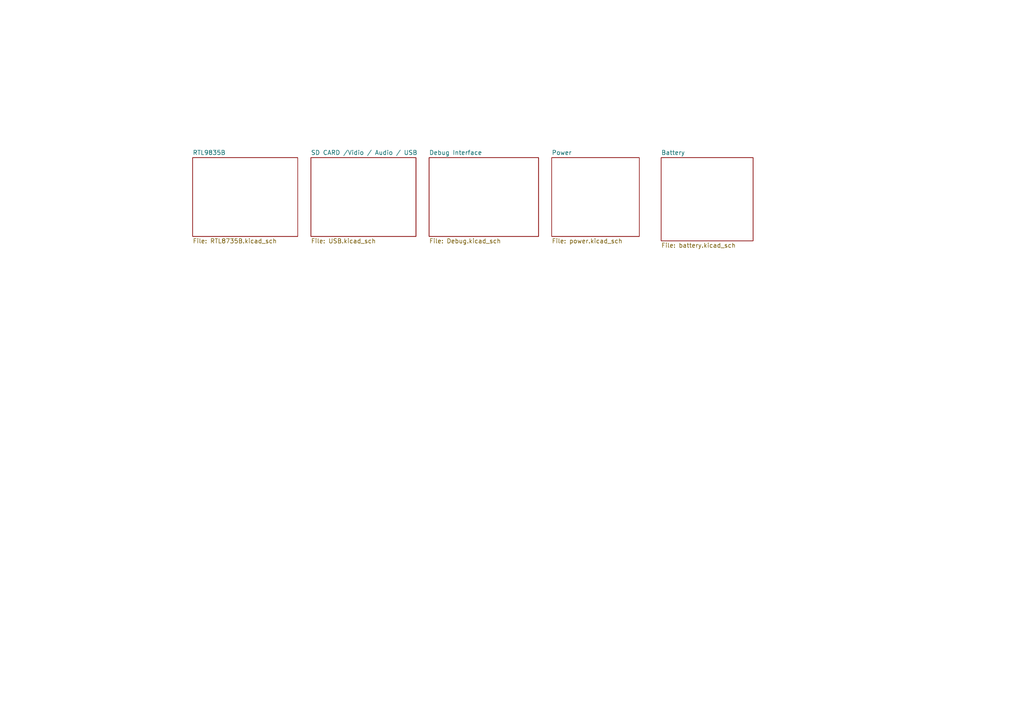
<source format=kicad_sch>
(kicad_sch
	(version 20250114)
	(generator "eeschema")
	(generator_version "9.0")
	(uuid "d2af8ba6-fbfa-439f-91d9-67827f3f2396")
	(paper "A4")
	(title_block
		(title "AMB82-Mini")
	)
	(lib_symbols)
	(sheet
		(at 124.46 45.72)
		(size 31.75 22.86)
		(exclude_from_sim no)
		(in_bom yes)
		(on_board yes)
		(dnp no)
		(fields_autoplaced yes)
		(stroke
			(width 0.1524)
			(type solid)
		)
		(fill
			(color 0 0 0 0.0000)
		)
		(uuid "0366c686-cf24-4ddc-9046-0c53b3b0e838")
		(property "Sheetname" "Debug Interface"
			(at 124.46 45.0084 0)
			(effects
				(font
					(size 1.27 1.27)
				)
				(justify left bottom)
			)
		)
		(property "Sheetfile" "Debug.kicad_sch"
			(at 124.46 69.1646 0)
			(effects
				(font
					(size 1.27 1.27)
				)
				(justify left top)
			)
		)
		(instances
			(project "mormee-board-1"
				(path "/d2af8ba6-fbfa-439f-91d9-67827f3f2396"
					(page "4")
				)
			)
		)
	)
	(sheet
		(at 90.17 45.72)
		(size 30.48 22.86)
		(exclude_from_sim no)
		(in_bom yes)
		(on_board yes)
		(dnp no)
		(fields_autoplaced yes)
		(stroke
			(width 0.1524)
			(type solid)
		)
		(fill
			(color 0 0 0 0.0000)
		)
		(uuid "1f657566-e27a-4b19-8d07-a7746b78e0a1")
		(property "Sheetname" "SD CARD /Vidio / Audio / USB"
			(at 90.17 45.0084 0)
			(effects
				(font
					(size 1.27 1.27)
				)
				(justify left bottom)
			)
		)
		(property "Sheetfile" "USB.kicad_sch"
			(at 90.17 69.1646 0)
			(effects
				(font
					(size 1.27 1.27)
				)
				(justify left top)
			)
		)
		(instances
			(project "mormee-board-1"
				(path "/d2af8ba6-fbfa-439f-91d9-67827f3f2396"
					(page "3")
				)
			)
		)
	)
	(sheet
		(at 55.88 45.72)
		(size 30.48 22.86)
		(exclude_from_sim no)
		(in_bom yes)
		(on_board yes)
		(dnp no)
		(fields_autoplaced yes)
		(stroke
			(width 0.1524)
			(type solid)
		)
		(fill
			(color 0 0 0 0.0000)
		)
		(uuid "2ed075f5-8bb4-40ff-9b8c-12d3a7838d36")
		(property "Sheetname" "RTL9835B"
			(at 55.88 45.0084 0)
			(effects
				(font
					(size 1.27 1.27)
				)
				(justify left bottom)
			)
		)
		(property "Sheetfile" "RTL8735B.kicad_sch"
			(at 55.88 69.1646 0)
			(effects
				(font
					(size 1.27 1.27)
				)
				(justify left top)
			)
		)
		(instances
			(project "mormee-board-1"
				(path "/d2af8ba6-fbfa-439f-91d9-67827f3f2396"
					(page "2")
				)
			)
		)
	)
	(sheet
		(at 191.77 45.72)
		(size 26.67 24.13)
		(exclude_from_sim no)
		(in_bom yes)
		(on_board yes)
		(dnp no)
		(fields_autoplaced yes)
		(stroke
			(width 0.1524)
			(type solid)
		)
		(fill
			(color 0 0 0 0.0000)
		)
		(uuid "46acf3a4-b8c2-48d8-ad78-9dd52ca23724")
		(property "Sheetname" "Battery"
			(at 191.77 45.0084 0)
			(effects
				(font
					(size 1.27 1.27)
				)
				(justify left bottom)
			)
		)
		(property "Sheetfile" "battery.kicad_sch"
			(at 191.77 70.4346 0)
			(effects
				(font
					(size 1.27 1.27)
				)
				(justify left top)
			)
		)
		(instances
			(project "mormee-board-1"
				(path "/d2af8ba6-fbfa-439f-91d9-67827f3f2396"
					(page "6")
				)
			)
		)
	)
	(sheet
		(at 160.02 45.72)
		(size 25.4 22.86)
		(exclude_from_sim no)
		(in_bom yes)
		(on_board yes)
		(dnp no)
		(fields_autoplaced yes)
		(stroke
			(width 0.1524)
			(type solid)
		)
		(fill
			(color 0 0 0 0.0000)
		)
		(uuid "6e7d7bb5-6766-4f43-bc72-7d092cc246e2")
		(property "Sheetname" "Power"
			(at 160.02 45.0084 0)
			(effects
				(font
					(size 1.27 1.27)
				)
				(justify left bottom)
			)
		)
		(property "Sheetfile" "power.kicad_sch"
			(at 160.02 69.1646 0)
			(effects
				(font
					(size 1.27 1.27)
				)
				(justify left top)
			)
		)
		(instances
			(project "mormee-board-1"
				(path "/d2af8ba6-fbfa-439f-91d9-67827f3f2396"
					(page "5")
				)
			)
		)
	)
	(sheet_instances
		(path "/"
			(page "1")
		)
	)
	(embedded_fonts no)
)

</source>
